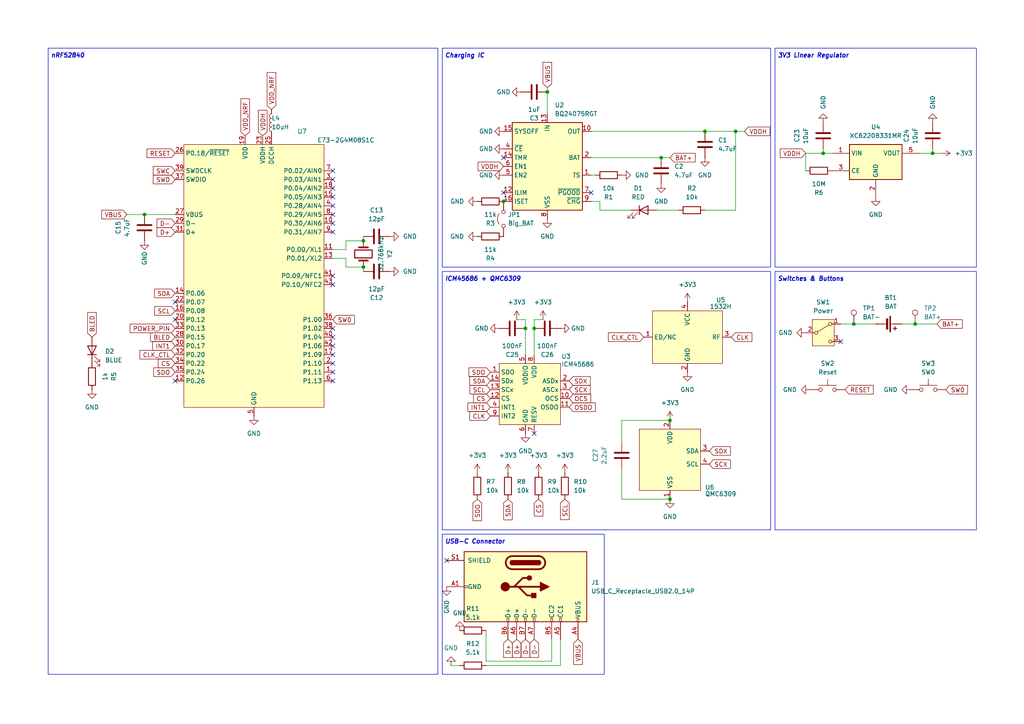
<source format=kicad_sch>
(kicad_sch (version 20250114) (generator "eeschema") (generator_version "9.0")
  (paper "A4")
  (lib_symbols
    (symbol "Battery_Management:BQ24075RGT"
      (property "Reference" "U" (at -8.89 13.97 0))
      (property "Value" "BQ24075RGT" (at 16.51 13.97 0))
      (symbol "BQ24075RGT_0_1"
        (rectangle (start -10.16 12.7) (end 10.16 -12.7) (stroke (width 0.254)) (fill (type background)))
      )
      (symbol "BQ24075RGT_1_1"
        (pin input line (at -12.7 10.16 0) (length 2.54) (name "SYSOFF") (number "15"))
        (pin input line (at -12.7 5.08 0) (length 2.54) (name "~{CE}") (number "4"))
        (pin input line (at -12.7 2.54 0) (length 2.54) (name "TMR") (number "14"))
        (pin input line (at -12.7 0 0) (length 2.54) (name "EN1") (number "6"))
        (pin input line (at -12.7 -2.54 0) (length 2.54) (name "EN2") (number "5"))
        (pin passive line (at -12.7 -7.62 0) (length 2.54) (name "ILIM") (number "12"))
        (pin passive line (at -12.7 -10.16 0) (length 2.54) (name "ISET") (number "16"))
        (pin power_in line (at 0 15.24 270) (length 2.54) (name "IN") (number "13"))
        (pin passive line (at 0 -15.24 90) (length 2.54) (hide yes) (name "VSS") (number "17"))
        (pin power_in line (at 0 -15.24 90) (length 2.54) (name "VSS") (number "8"))
        (pin power_out line (at 12.7 10.16 180) (length 2.54) (name "OUT") (number "10"))
        (pin passive line (at 12.7 10.16 180) (length 2.54) (hide yes) (name "OUT") (number "11"))
        (pin power_out line (at 12.7 2.54 180) (length 2.54) (name "BAT") (number "2"))
        (pin passive line (at 12.7 2.54 180) (length 2.54) (hide yes) (name "BAT") (number "3"))
        (pin passive line (at 12.7 -2.54 180) (length 2.54) (name "TS") (number "1"))
        (pin open_collector line (at 12.7 -7.62 180) (length 2.54) (name "~{PGOOD}") (number "7"))
        (pin open_collector line (at 12.7 -10.16 180) (length 2.54) (name "~{CHG}") (number "9"))
      )
    )
    (symbol "Connector:TestPoint" (pin_numbers (hide yes)) (pin_names (offset 0.762) (hide yes))
      (property "Reference" "TP" (at 0 6.858 0))
      (property "Value" "TestPoint" (at 0 5.08 0))
      (symbol "TestPoint_0_1"
        (circle (center 0 3.302) (radius 0.762))
      )
      (symbol "TestPoint_1_1"
        (pin passive line (at 0 0 90) (length 2.54) (name "1") (number "1"))
      )
    )
    (symbol "Connector:USB_C_Receptacle_USB2.0_14P" (pin_names (offset 1.016))
      (property "Reference" "J" (at 0 22.225 0))
      (property "Value" "USB_C_Receptacle_USB2.0_14P" (at 0 19.685 0))
      (symbol "USB_C_Receptacle_USB2.0_14P_0_0"
        (rectangle (start -0.254 -17.78) (end 0.254 -16.764))
        (rectangle (start 10.16 15.494) (end 9.144 14.986))
        (rectangle (start 10.16 10.414) (end 9.144 9.906))
        (rectangle (start 10.16 7.874) (end 9.144 7.366))
        (rectangle (start 10.16 2.794) (end 9.144 2.286))
        (rectangle (start 10.16 0.254) (end 9.144 -0.254))
        (rectangle (start 10.16 -2.286) (end 9.144 -2.794))
        (rectangle (start 10.16 -4.826) (end 9.144 -5.334))
      )
      (symbol "USB_C_Receptacle_USB2.0_14P_0_1"
        (rectangle (start -10.16 17.78) (end 10.16 -17.78) (stroke (width 0.254)) (fill (type background)))
        (polyline (pts (xy -8.89 -3.81) (xy -8.89 3.81)) (stroke (width 0.508)))
        (rectangle (start -7.62 -3.81) (end -6.35 3.81) (stroke (width 0.254)) (fill (type outline)))
        (arc (start -7.62 3.81) (mid -6.985 4.4423) (end -6.35 3.81) (stroke (width 0.254)))
        (arc (start -7.62 3.81) (mid -6.985 4.4423) (end -6.35 3.81) (stroke (width 0.254)) (fill (type outline)))
        (arc (start -8.89 3.81) (mid -6.985 5.7067) (end -5.08 3.81) (stroke (width 0.508)))
        (arc (start -5.08 -3.81) (mid -6.985 -5.7067) (end -8.89 -3.81) (stroke (width 0.508)))
        (arc (start -6.35 -3.81) (mid -6.985 -4.4423) (end -7.62 -3.81) (stroke (width 0.254)))
        (arc (start -6.35 -3.81) (mid -6.985 -4.4423) (end -7.62 -3.81) (stroke (width 0.254)) (fill (type outline)))
        (polyline (pts (xy -5.08 3.81) (xy -5.08 -3.81)) (stroke (width 0.508)))
        (circle (center -2.54 1.143) (radius 0.635) (stroke (width 0.254)) (fill (type outline)))
        (polyline (pts (xy -1.27 4.318) (xy 0 6.858) (xy 1.27 4.318) (xy -1.27 4.318)) (stroke (width 0.254)) (fill (type outline)))
        (polyline (pts (xy 0 -2.032) (xy 2.54 0.508) (xy 2.54 1.778)) (stroke (width 0.508)))
        (polyline (pts (xy 0 -3.302) (xy -2.54 -0.762) (xy -2.54 0.508)) (stroke (width 0.508)))
        (polyline (pts (xy 0 -5.842) (xy 0 4.318)) (stroke (width 0.508)))
        (circle (center 0 -5.842) (radius 1.27) (fill (type outline)))
        (rectangle (start 1.905 1.778) (end 3.175 3.048) (stroke (width 0.254)) (fill (type outline)))
      )
      (symbol "USB_C_Receptacle_USB2.0_14P_1_1"
        (pin passive line (at -7.62 -22.86 90) (length 5.08) (name "SHIELD") (number "S1"))
        (pin passive line (at 0 -22.86 90) (length 5.08) (name "GND") (number "A1"))
        (pin passive line (at 0 -22.86 90) (length 5.08) (hide yes) (name "GND") (number "A12"))
        (pin passive line (at 0 -22.86 90) (length 5.08) (hide yes) (name "GND") (number "B1"))
        (pin passive line (at 0 -22.86 90) (length 5.08) (hide yes) (name "GND") (number "B12"))
        (pin passive line (at 15.24 15.24 180) (length 5.08) (name "VBUS") (number "A4"))
        (pin passive line (at 15.24 15.24 180) (length 5.08) (hide yes) (name "VBUS") (number "A9"))
        (pin passive line (at 15.24 15.24 180) (length 5.08) (hide yes) (name "VBUS") (number "B4"))
        (pin passive line (at 15.24 15.24 180) (length 5.08) (hide yes) (name "VBUS") (number "B9"))
        (pin bidirectional line (at 15.24 10.16 180) (length 5.08) (name "CC1") (number "A5"))
        (pin bidirectional line (at 15.24 7.62 180) (length 5.08) (name "CC2") (number "B5"))
        (pin bidirectional line (at 15.24 2.54 180) (length 5.08) (name "D-") (number "A7"))
        (pin bidirectional line (at 15.24 0 180) (length 5.08) (name "D-") (number "B7"))
        (pin bidirectional line (at 15.24 -2.54 180) (length 5.08) (name "D+") (number "A6"))
        (pin bidirectional line (at 15.24 -5.08 180) (length 5.08) (name "D+") (number "B6"))
      )
    )
    (symbol "Device:Battery_Cell" (pin_numbers (hide yes)) (pin_names (offset 0) (hide yes))
      (property "Reference" "BT" (at 2.54 2.54 0))
      (property "Value" "Battery_Cell" (at 2.54 0 0))
      (symbol "Battery_Cell_0_1"
        (rectangle (start -2.286 1.778) (end 2.286 1.524) (fill (type outline)))
        (rectangle (start -1.524 1.016) (end 1.524 0.508) (fill (type outline)))
        (polyline (pts (xy 0 1.778) (xy 0 2.54)))
        (polyline (pts (xy 0 0.762) (xy 0 0)))
        (polyline (pts (xy 0.762 3.048) (xy 1.778 3.048)) (stroke (width 0.254)))
        (polyline (pts (xy 1.27 3.556) (xy 1.27 2.54)) (stroke (width 0.254)))
      )
      (symbol "Battery_Cell_1_1"
        (pin passive line (at 0 5.08 270) (length 2.54) (name "+") (number "1"))
        (pin passive line (at 0 -2.54 90) (length 2.54) (name "-") (number "2"))
      )
    )
    (symbol "Device:C" (pin_numbers (hide yes)) (pin_names (offset 0.254))
      (property "Reference" "C" (at 0.635 2.54 0))
      (property "Value" "C" (at 0.635 -2.54 0))
      (symbol "C_0_1"
        (polyline (pts (xy -2.032 0.762) (xy 2.032 0.762)) (stroke (width 0.508)))
        (polyline (pts (xy -2.032 -0.762) (xy 2.032 -0.762)) (stroke (width 0.508)))
      )
      (symbol "C_1_1"
        (pin passive line (at 0 3.81 270) (length 2.794) (name "~") (number "1"))
        (pin passive line (at 0 -3.81 90) (length 2.794) (name "~") (number "2"))
      )
    )
    (symbol "Device:Crystal" (pin_numbers (hide yes)) (pin_names (offset 1.016) (hide yes))
      (property "Reference" "Y" (at 0 3.81 0))
      (property "Value" "Crystal" (at 0 -3.81 0))
      (symbol "Crystal_0_1"
        (polyline (pts (xy -2.54 0) (xy -1.905 0)))
        (polyline (pts (xy -1.905 -1.27) (xy -1.905 1.27)) (stroke (width 0.508)))
        (rectangle (start -1.143 2.54) (end 1.143 -2.54) (stroke (width 0.3048)))
        (polyline (pts (xy 1.905 -1.27) (xy 1.905 1.27)) (stroke (width 0.508)))
        (polyline (pts (xy 2.54 0) (xy 1.905 0)))
      )
      (symbol "Crystal_1_1"
        (pin passive line (at -3.81 0 0) (length 1.27) (name "1") (number "1"))
        (pin passive line (at 3.81 0 180) (length 1.27) (name "2") (number "2"))
      )
    )
    (symbol "Device:L" (pin_numbers (hide yes)) (pin_names (offset 1.016) (hide yes))
      (property "Reference" "L" (at -1.27 0 90))
      (property "Value" "L" (at 1.905 0 90))
      (symbol "L_0_1"
        (arc (start 0 2.54) (mid 0.6323 1.905) (end 0 1.27))
        (arc (start 0 1.27) (mid 0.6323 0.635) (end 0 0))
        (arc (start 0 0) (mid 0.6323 -0.635) (end 0 -1.27))
        (arc (start 0 -1.27) (mid 0.6323 -1.905) (end 0 -2.54))
      )
      (symbol "L_1_1"
        (pin passive line (at 0 3.81 270) (length 1.27) (name "1") (number "1"))
        (pin passive line (at 0 -3.81 90) (length 1.27) (name "2") (number "2"))
      )
    )
    (symbol "Device:LED" (pin_numbers (hide yes)) (pin_names (offset 1.016) (hide yes))
      (property "Reference" "D" (at 0 2.54 0))
      (property "Value" "LED" (at 0 -2.54 0))
      (symbol "LED_0_1"
        (polyline (pts (xy -3.048 -0.762) (xy -4.572 -2.286) (xy -3.81 -2.286) (xy -4.572 -2.286) (xy -4.572 -1.524)))
        (polyline (pts (xy -1.778 -0.762) (xy -3.302 -2.286) (xy -2.54 -2.286) (xy -3.302 -2.286) (xy -3.302 -1.524)))
        (polyline (pts (xy -1.27 0) (xy 1.27 0)))
        (polyline (pts (xy -1.27 -1.27) (xy -1.27 1.27)) (stroke (width 0.254)))
        (polyline (pts (xy 1.27 -1.27) (xy 1.27 1.27) (xy -1.27 0) (xy 1.27 -1.27)) (stroke (width 0.254)))
      )
      (symbol "LED_1_1"
        (pin passive line (at -3.81 0 0) (length 2.54) (name "K") (number "1"))
        (pin passive line (at 3.81 0 180) (length 2.54) (name "A") (number "2"))
      )
    )
    (symbol "Device:R" (pin_numbers (hide yes)) (pin_names (offset 0))
      (property "Reference" "R" (at 2.032 0 90))
      (property "Value" "R" (at 0 0 90))
      (symbol "R_0_1"
        (rectangle (start -1.016 -2.54) (end 1.016 2.54) (stroke (width 0.254)))
      )
      (symbol "R_1_1"
        (pin passive line (at 0 3.81 270) (length 1.27) (name "~") (number "1"))
        (pin passive line (at 0 -3.81 90) (length 1.27) (name "~") (number "2"))
      )
    )
    (symbol "Jumper:Jumper_2_Open" (pin_numbers (hide yes)) (pin_names (offset 0) (hide yes)) (exclude_from_sim yes)
      (property "Reference" "JP" (at 0 2.794 0))
      (property "Value" "Jumper_2_Open" (at 0 -2.286 0))
      (symbol "Jumper_2_Open_0_0"
        (circle (center -2.032 0) (radius 0.508))
        (circle (center 2.032 0) (radius 0.508))
      )
      (symbol "Jumper_2_Open_0_1"
        (arc (start -1.524 1.27) (mid 0 1.778) (end 1.524 1.27))
      )
      (symbol "Jumper_2_Open_1_1"
        (pin passive line (at -5.08 0 0) (length 2.54) (name "A") (number "1"))
        (pin passive line (at 5.08 0 180) (length 2.54) (name "B") (number "2"))
      )
    )
    (symbol "PCM_nordic-lib-kicad-nrf52-modules:E73-2G4M08S1C"
      (property "Reference" "U" (at 13.97 41.91 0))
      (property "Value" "E73-2G4M08S1C" (at 26.67 39.37 0))
      (symbol "E73-2G4M08S1C_0_0"
        (pin power_in line (at -22.86 30.48 0) (length 2.54) (name "SWDCLK") (number "39"))
        (pin bidirectional line (at -22.86 27.94 0) (length 2.54) (name "SWDIO") (number "37"))
        (pin input line (at -22.86 17.78 0) (length 2.54) (name "VBUS") (number "27"))
        (pin bidirectional line (at -22.86 15.24 0) (length 2.54) (name "D-") (number "29"))
        (pin bidirectional line (at -22.86 12.7 0) (length 2.54) (name "D+") (number "31"))
        (pin bidirectional line (at -22.86 -5.08 0) (length 2.54) (name "P0.06") (number "14"))
        (pin bidirectional line (at -22.86 -7.62 0) (length 2.54) (name "P0.07") (number "22"))
        (pin bidirectional line (at -22.86 -10.16 0) (length 2.54) (name "P0.08") (number "16"))
        (pin bidirectional line (at -22.86 -12.7 0) (length 2.54) (name "P0.12") (number "20"))
        (pin bidirectional line (at -22.86 -15.24 0) (length 2.54) (name "P0.13") (number "33"))
        (pin bidirectional line (at -22.86 -17.78 0) (length 2.54) (name "P0.15") (number "28"))
        (pin bidirectional line (at -22.86 -20.32 0) (length 2.54) (name "P0.17") (number "30"))
        (pin bidirectional line (at -22.86 -22.86 0) (length 2.54) (name "P0.20") (number "32"))
        (pin bidirectional line (at -22.86 -25.4 0) (length 2.54) (name "P0.22") (number "34"))
        (pin bidirectional line (at -22.86 -27.94 0) (length 2.54) (name "P0.24") (number "35"))
        (pin bidirectional line (at -22.86 -30.48 0) (length 2.54) (name "P0.26") (number "12"))
        (pin bidirectional line (at -2.54 40.64 270) (length 2.54) (name "VDD") (number "19"))
        (pin bidirectional line (at 2.54 40.64 270) (length 2.54) (name "VDDH") (number "23"))
        (pin bidirectional line (at 5.08 40.64 270) (length 2.54) (name "DCCH") (number "25"))
        (pin bidirectional line (at 22.86 30.48 180) (length 2.54) (name "P0.02/AIN0") (number "7"))
        (pin bidirectional line (at 22.86 27.94 180) (length 2.54) (name "P0.03/AIN1") (number "3"))
        (pin bidirectional line (at 22.86 25.4 180) (length 2.54) (name "P0.04/AIN2") (number "18"))
        (pin bidirectional line (at 22.86 22.86 180) (length 2.54) (name "P0.05/AIN3") (number "15"))
        (pin bidirectional line (at 22.86 20.32 180) (length 2.54) (name "P0.28/AIN4") (number "4"))
        (pin bidirectional line (at 22.86 17.78 180) (length 2.54) (name "P0.29/AIN5") (number "8"))
        (pin power_in line (at 22.86 15.24 180) (length 2.54) (name "P0.30/AIN6") (number "10"))
        (pin power_in line (at 22.86 12.7 180) (length 2.54) (name "P0.31/AIN7") (number "9"))
        (pin bidirectional line (at 22.86 7.62 180) (length 2.54) (name "P0.00/XL1") (number "11"))
        (pin bidirectional line (at 22.86 5.08 180) (length 2.54) (name "P0.01/XL2") (number "13"))
        (pin bidirectional line (at 22.86 0 180) (length 2.54) (name "P0.09/NFC1") (number "41"))
        (pin power_in line (at 22.86 -2.54 180) (length 2.54) (name "P0.10/NFC2") (number "43"))
        (pin bidirectional line (at 22.86 -12.7 180) (length 2.54) (name "P1.00") (number "36"))
        (pin bidirectional line (at 22.86 -15.24 180) (length 2.54) (name "P1.02") (number "38"))
        (pin bidirectional line (at 22.86 -17.78 180) (length 2.54) (name "P1.04") (number "40"))
        (pin power_in line (at 22.86 -20.32 180) (length 2.54) (name "P1.06") (number "42"))
        (pin bidirectional line (at 22.86 -22.86 180) (length 2.54) (name "P1.09") (number "17"))
        (pin bidirectional line (at 22.86 -25.4 180) (length 2.54) (name "P1.10") (number "2"))
        (pin bidirectional line (at 22.86 -27.94 180) (length 2.54) (name "P1.11") (number "1"))
        (pin bidirectional line (at 22.86 -30.48 180) (length 2.54) (name "P1.13") (number "6"))
      )
      (symbol "E73-2G4M08S1C_0_1"
        (rectangle (start -20.32 38.1) (end 20.32 -38.1) (stroke (width 0.1524)) (fill (type background)))
      )
      (symbol "E73-2G4M08S1C_1_0"
        (pin bidirectional line (at -22.86 35.56 0) (length 2.54) (name "P0.18/~{RESET}") (number "26"))
        (pin passive line (at 0 -40.64 90) (length 2.54) (hide yes) (name "GND") (number "21"))
        (pin passive line (at 0 -40.64 90) (length 2.54) (hide yes) (name "GND") (number "24"))
        (pin power_in line (at 0 -40.64 90) (length 2.54) (name "GND") (number "5"))
      )
    )
    (symbol "Regulator_Linear:XC6220B331MR"
      (property "Reference" "U" (at 0 8.89 0))
      (property "Value" "XC6220B331MR" (at 0 6.35 0))
      (symbol "XC6220B331MR_0_1"
        (rectangle (start -7.62 5.08) (end 7.62 -5.08) (stroke (width 0.254)) (fill (type background)))
      )
      (symbol "XC6220B331MR_1_1"
        (pin power_in line (at -12.7 2.54 0) (length 5.08) (name "VIN") (number "1"))
        (pin input line (at -12.7 -2.54 0) (length 5.08) (name "CE") (number "3"))
        (pin power_in line (at 0 -10.16 90) (length 5.08) (name "GND") (number "2"))
        (pin no_connect line (at 7.62 -2.54 180) (length 5.08) (hide yes) (name "NC") (number "4"))
        (pin power_out line (at 12.7 2.54 180) (length 5.08) (name "VOUT") (number "5"))
      )
    )
    (symbol "SlimeVR_Smol:1532H"
      (property "Reference" "U" (at -8.636 0.254 0))
      (symbol "1532H_0_1"
        (rectangle (start -10.16 -1.27) (end 10.16 -16.51) (fill (type color) (color 255 255 194 1)))
      )
      (symbol "1532H_1_1"
        (pin bidirectional line (at -12.7 -8.89 0) (length 2.54) (name "ED/NC") (number "1"))
        (pin power_in line (at 0 1.27 270) (length 2.54) (name "VCC") (number "4"))
        (pin power_in line (at 0 -19.05 90) (length 2.54) (name "GND") (number "2"))
        (pin bidirectional line (at 12.7 -8.89 180) (length 2.54) (name "RF") (number "3"))
      )
    )
    (symbol "SlimeVR_Smol:ICM-45686"
      (property "Reference" "U" (at -7.874 -1.016 0))
      (symbol "ICM-45686_0_1"
        (rectangle (start -8.89 -2.54) (end 8.89 -20.32) (fill (type color) (color 255 255 194 1)))
      )
      (symbol "ICM-45686_1_1"
        (pin bidirectional line (at -11.43 -5.08 0) (length 2.54) (name "SDO") (number "1"))
        (pin bidirectional line (at -11.43 -7.62 0) (length 2.54) (name "SDx") (number "14"))
        (pin bidirectional line (at -11.43 -10.16 0) (length 2.54) (name "SCx") (number "13"))
        (pin bidirectional line (at -11.43 -12.7 0) (length 2.54) (name "CS") (number "12"))
        (pin bidirectional line (at -11.43 -15.24 0) (length 2.54) (name "INT1") (number "4"))
        (pin bidirectional line (at -11.43 -17.78 0) (length 2.54) (name "INT2") (number "9"))
        (pin bidirectional line (at -1.27 0 270) (length 2.54) (name "VDDIO") (number "5"))
        (pin bidirectional line (at -1.27 -22.86 90) (length 2.54) (name "GND") (number "6"))
        (pin bidirectional line (at 1.27 0 270) (length 2.54) (name "VDD") (number "8"))
        (pin bidirectional line (at 1.27 -22.86 90) (length 2.54) (name "RESV") (number "7"))
        (pin bidirectional line (at 11.43 -7.62 180) (length 2.54) (name "ASDx") (number "2"))
        (pin bidirectional line (at 11.43 -10.16 180) (length 2.54) (name "ASCx") (number "3"))
        (pin bidirectional line (at 11.43 -12.7 180) (length 2.54) (name "OCS") (number "10"))
        (pin bidirectional line (at 11.43 -15.24 180) (length 2.54) (name "OSDO") (number "11"))
      )
    )
    (symbol "SlimeVR_Smol:QMC6309"
      (property "Reference" "U" (at 3.302 -2.54 0))
      (symbol "QMC6309_0_1"
        (rectangle (start -8.89 -3.81) (end 8.89 -21.59) (fill (type color) (color 255 255 194 1)))
      )
      (symbol "QMC6309_1_1"
        (pin power_in line (at 0 -1.27 270) (length 2.54) (name "VDD") (number "2"))
        (pin power_in line (at 0 -24.13 90) (length 2.54) (name "VSS") (number "1"))
        (pin bidirectional line (at 11.43 -10.16 180) (length 2.54) (name "SDA") (number "3"))
        (pin bidirectional line (at 11.43 -13.97 180) (length 2.54) (name "SCL") (number "4"))
      )
    )
    (symbol "Switch:SW_Push" (pin_numbers (hide yes)) (pin_names (offset 1.016) (hide yes))
      (property "Reference" "SW" (at 1.27 2.54 0))
      (property "Value" "SW_Push" (at 0 -1.524 0))
      (symbol "SW_Push_0_1"
        (circle (center -2.032 0) (radius 0.508))
        (polyline (pts (xy 0 1.27) (xy 0 3.048)))
        (circle (center 2.032 0) (radius 0.508))
        (polyline (pts (xy 2.54 1.27) (xy -2.54 1.27)))
        (pin passive line (at -5.08 0 0) (length 2.54) (name "1") (number "1"))
        (pin passive line (at 5.08 0 180) (length 2.54) (name "2") (number "2"))
      )
    )
    (symbol "Switch:SW_SPDT" (pin_names (offset 0) (hide yes))
      (property "Reference" "SW" (at 0 5.08 0))
      (property "Value" "SW_SPDT" (at 0 -5.08 0))
      (symbol "SW_SPDT_0_1"
        (circle (center -2.032 0) (radius 0.4572))
        (polyline (pts (xy -1.651 0.254) (xy 1.651 2.286)))
        (circle (center 2.032 2.54) (radius 0.4572))
        (circle (center 2.032 -2.54) (radius 0.4572))
      )
      (symbol "SW_SPDT_1_1"
        (rectangle (start -3.175 3.81) (end 3.175 -3.81) (fill (type background)))
        (pin passive line (at -5.08 0 0) (length 2.54) (name "B") (number "2"))
        (pin passive line (at 5.08 2.54 180) (length 2.54) (name "A") (number "1"))
        (pin passive line (at 5.08 -2.54 180) (length 2.54) (name "C") (number "3"))
      )
    )
    (symbol "power:+3V3" (power) (pin_numbers (hide yes)) (pin_names (offset 0) (hide yes))
      (property "Value" "+3V3" (at 0 3.556 0))
      (symbol "+3V3_0_1"
        (polyline (pts (xy -0.762 1.27) (xy 0 2.54)))
        (polyline (pts (xy 0 2.54) (xy 0.762 1.27)))
        (polyline (pts (xy 0 0) (xy 0 2.54)))
      )
      (symbol "+3V3_1_1"
        (pin power_in line (at 0 0 90) (length 0) (name "~") (number "1"))
      )
    )
    (symbol "power:GND" (power) (pin_numbers (hide yes)) (pin_names (offset 0) (hide yes))
      (property "Value" "GND" (at 0 -3.81 0))
      (symbol "GND_0_1"
        (polyline (pts (xy 0 0) (xy 0 -1.27) (xy 1.27 -1.27) (xy 0 -2.54) (xy -1.27 -1.27) (xy 0 -1.27)))
      )
      (symbol "GND_1_1"
        (pin power_in line (at 0 0 270) (length 0) (name "~") (number "1"))
      )
    )
  )
  (rectangle (start 128.27 78.74) (end 223.52 153.67))
  (rectangle (start 224.79 13.97) (end 283.21 77.47))
  (rectangle (start 13.97 13.97) (end 127 195.58))
  (rectangle (start 128.27 13.97) (end 223.52 77.47))
  (rectangle (start 224.79 78.74) (end 283.21 153.67))
  (rectangle (start 128.27 154.94) (end 175.26 195.58))
  (text "Charging IC" (at 129.032 16.256 0) (effects (font (size 1.27 1.27) (thickness 0.254) (bold yes) (italic yes)) (justify left)))
  (text "ICM45686 + QMC6309" (at 129.032 81.026 0) (effects (font (size 1.27 1.27) (thickness 0.254) (bold yes) (italic yes)) (justify left)))
  (text "Switches & Buttons" (at 225.552 81.026 0) (effects (font (size 1.27 1.27) (thickness 0.254) (bold yes) (italic yes)) (justify left)))
  (text "USB-C Connector" (at 129.032 157.226 0) (effects (font (size 1.27 1.27) (thickness 0.254) (bold yes) (italic yes)) (justify left)))
  (text "nRF52840" (at 14.732 16.256 0) (effects (font (size 1.27 1.27) (thickness 0.254) (bold yes) (italic yes)) (justify left)))
  (text "3V3 Linear Regulator" (at 225.552 16.256 0) (effects (font (size 1.27 1.27) (thickness 0.254) (bold yes) (italic yes)) (justify left)))
  (junction (at 270.51 44.45))
  (junction (at 105.41 77.47))
  (junction (at 204.47 38.1))
  (junction (at 213.36 38.1))
  (junction (at 41.91 62.23))
  (junction (at 265.43 93.98))
  (junction (at 194.31 121.92))
  (junction (at 247.65 93.98))
  (junction (at 154.94 95.25))
  (junction (at 194.31 144.78))
  (junction (at 105.41 69.85))
  (junction (at 158.75 26.67))
  (junction (at 146.05 58.42))
  (junction (at 191.77 45.72))
  (junction (at 238.76 44.45))
  (junction (at 152.4 95.25))
  (no_connect (at 96.52 82.55))
  (no_connect (at 243.84 99.06))
  (no_connect (at 154.94 125.73))
  (no_connect (at 96.52 52.07))
  (no_connect (at 129.54 162.56))
  (no_connect (at 96.52 57.15))
  (no_connect (at 96.52 80.01))
  (no_connect (at 50.8 110.49))
  (no_connect (at 96.52 54.61))
  (no_connect (at 96.52 49.53))
  (no_connect (at 146.05 45.72))
  (no_connect (at 96.52 62.23))
  (no_connect (at 146.05 55.88))
  (no_connect (at 96.52 64.77))
  (no_connect (at 50.8 92.71))
  (no_connect (at 96.52 105.41))
  (no_connect (at 96.52 59.69))
  (no_connect (at 96.52 67.31))
  (no_connect (at 96.52 102.87))
  (no_connect (at 96.52 107.95))
  (no_connect (at 96.52 97.79))
  (no_connect (at 96.52 100.33))
  (no_connect (at 171.45 55.88))
  (no_connect (at 96.52 95.25))
  (no_connect (at 96.52 110.49))
  (no_connect (at 50.8 87.63))
  (wire (pts (xy 194.31 45.72) (xy 191.77 45.72)))
  (wire (pts (xy 160.02 191.77) (xy 160.02 185.42)))
  (wire (pts (xy 140.97 191.77) (xy 160.02 191.77)))
  (wire (pts (xy 41.91 62.23) (xy 50.8 62.23)))
  (wire (pts (xy 157.48 92.71) (xy 154.94 92.71)))
  (wire (pts (xy 154.94 92.71) (xy 154.94 95.25)))
  (wire (pts (xy 140.97 182.88) (xy 140.97 191.77)))
  (wire (pts (xy 204.47 38.1) (xy 213.36 38.1)))
  (wire (pts (xy 171.45 45.72) (xy 191.77 45.72)))
  (wire (pts (xy 265.43 93.98) (xy 261.62 93.98)))
  (wire (pts (xy 173.99 58.42) (xy 171.45 58.42)))
  (wire (pts (xy 180.34 121.92) (xy 194.31 121.92)))
  (wire (pts (xy 194.31 144.78) (xy 180.34 144.78)))
  (wire (pts (xy 213.36 60.96) (xy 213.36 38.1)))
  (wire (pts (xy 180.34 144.78) (xy 180.34 135.89)))
  (wire (pts (xy 100.33 69.85) (xy 105.41 69.85)))
  (wire (pts (xy 270.51 44.45) (xy 270.51 43.18)))
  (wire (pts (xy 152.4 92.71) (xy 152.4 95.25)))
  (wire (pts (xy 180.34 128.27) (xy 180.34 121.92)))
  (wire (pts (xy 36.83 62.23) (xy 41.91 62.23)))
  (wire (pts (xy 273.05 44.45) (xy 270.51 44.45)))
  (wire (pts (xy 171.45 38.1) (xy 204.47 38.1)))
  (wire (pts (xy 158.75 26.67) (xy 158.75 33.02)))
  (wire (pts (xy 271.78 93.98) (xy 265.43 93.98)))
  (wire (pts (xy 105.41 77.47) (xy 105.41 78.74)))
  (wire (pts (xy 149.86 92.71) (xy 152.4 92.71)))
  (wire (pts (xy 173.99 58.42) (xy 173.99 60.96)))
  (wire (pts (xy 238.76 44.45) (xy 241.3 44.45)))
  (wire (pts (xy 238.76 43.18) (xy 238.76 44.45)))
  (wire (pts (xy 158.75 25.4) (xy 158.75 26.67)))
  (wire (pts (xy 154.94 95.25) (xy 154.94 102.87)))
  (wire (pts (xy 100.33 74.93) (xy 100.33 77.47)))
  (wire (pts (xy 152.4 95.25) (xy 152.4 102.87)))
  (wire (pts (xy 162.56 193.04) (xy 162.56 185.42)))
  (wire (pts (xy 100.33 72.39) (xy 100.33 69.85)))
  (wire (pts (xy 96.52 72.39) (xy 100.33 72.39)))
  (wire (pts (xy 172.72 50.8) (xy 171.45 50.8)))
  (wire (pts (xy 105.41 68.58) (xy 105.41 69.85)))
  (wire (pts (xy 190.5 60.96) (xy 196.85 60.96)))
  (wire (pts (xy 140.97 193.04) (xy 162.56 193.04)))
  (wire (pts (xy 233.68 44.45) (xy 233.68 49.53)))
  (wire (pts (xy 254 93.98) (xy 247.65 93.98)))
  (wire (pts (xy 100.33 77.47) (xy 105.41 77.47)))
  (wire (pts (xy 247.65 93.98) (xy 243.84 93.98)))
  (wire (pts (xy 130.81 193.04) (xy 133.35 193.04)))
  (wire (pts (xy 204.47 60.96) (xy 213.36 60.96)))
  (wire (pts (xy 266.7 44.45) (xy 270.51 44.45)))
  (wire (pts (xy 233.68 44.45) (xy 238.76 44.45)))
  (wire (pts (xy 173.99 60.96) (xy 182.88 60.96)))
  (wire (pts (xy 96.52 74.93) (xy 100.33 74.93)))
  (wire (pts (xy 213.36 38.1) (xy 215.9 38.1)))
  (global_label "BLED" (shape input) (at 26.67 97.79 90) (property "Intersheetrefs" "${INTERSHEET_REFS}" (effects (hide yes))))
  (global_label "OCS" (shape input) (at 165.1 115.57 0) (property "Intersheetrefs" "${INTERSHEET_REFS}" (effects (hide yes))))
  (global_label "SW0" (shape input) (at 274.32 113.03 0) (property "Intersheetrefs" "${INTERSHEET_REFS}" (effects (hide yes))))
  (global_label "D+" (shape input) (at 50.8 67.31 180) (property "Intersheetrefs" "${INTERSHEET_REFS}" (effects (hide yes))))
  (global_label "SDX" (shape input) (at 165.1 110.49 0) (property "Intersheetrefs" "${INTERSHEET_REFS}" (effects (hide yes))))
  (global_label "VBUS" (shape input) (at 36.83 62.23 180) (property "Intersheetrefs" "${INTERSHEET_REFS}" (effects (hide yes))))
  (global_label "BLED" (shape input) (at 50.8 97.79 180) (property "Intersheetrefs" "${INTERSHEET_REFS}" (effects (hide yes))))
  (global_label "CS" (shape input) (at 50.8 105.41 180) (property "Intersheetrefs" "${INTERSHEET_REFS}" (effects (hide yes))))
  (global_label "D-" (shape input) (at 152.4 185.42 270) (property "Intersheetrefs" "${INTERSHEET_REFS}" (effects (hide yes))))
  (global_label "POWER_PIN" (shape input) (at 50.8 95.25 180) (property "Intersheetrefs" "${INTERSHEET_REFS}" (effects (hide yes))))
  (global_label "BAT+" (shape input) (at 194.31 45.72 0) (property "Intersheetrefs" "${INTERSHEET_REFS}" (effects (hide yes))))
  (global_label "INT1" (shape input) (at 50.8 100.33 180) (property "Intersheetrefs" "${INTERSHEET_REFS}" (effects (hide yes))))
  (global_label "VBUS" (shape input) (at 158.75 25.4 90) (property "Intersheetrefs" "${INTERSHEET_REFS}" (effects (hide yes))))
  (global_label "RESET" (shape input) (at 50.8 44.45 180) (effects (font (thickness 0.1588))) (property "Intersheetrefs" "${INTERSHEET_REFS}" (effects (hide yes))))
  (global_label "VBUS" (shape input) (at 167.64 185.42 270) (property "Intersheetrefs" "${INTERSHEET_REFS}" (effects (hide yes))))
  (global_label "OSDO" (shape input) (at 165.1 118.11 0) (property "Intersheetrefs" "${INTERSHEET_REFS}" (effects (hide yes))))
  (global_label "D+" (shape input) (at 147.32 185.42 270) (property "Intersheetrefs" "${INTERSHEET_REFS}" (effects (hide yes))))
  (global_label "SWD" (shape input) (at 50.8 52.07 180) (property "Intersheetrefs" "${INTERSHEET_REFS}" (effects (hide yes))))
  (global_label "D-" (shape input) (at 154.94 185.42 270) (property "Intersheetrefs" "${INTERSHEET_REFS}" (effects (hide yes))))
  (global_label "SWC" (shape input) (at 50.8 49.53 180) (property "Intersheetrefs" "${INTERSHEET_REFS}" (effects (hide yes))))
  (global_label "SCL" (shape input) (at 163.83 144.78 270) (property "Intersheetrefs" "${INTERSHEET_REFS}" (effects (hide yes))))
  (global_label "VDD_NRF" (shape input) (at 78.74 31.75 90) (property "Intersheetrefs" "${INTERSHEET_REFS}" (effects (hide yes))))
  (global_label "SDA" (shape input) (at 50.8 85.09 180) (property "Intersheetrefs" "${INTERSHEET_REFS}" (effects (hide yes))))
  (global_label "VDD_NRF" (shape input) (at 71.12 39.37 90) (property "Intersheetrefs" "${INTERSHEET_REFS}" (effects (hide yes))))
  (global_label "CLK" (shape input) (at 142.24 120.65 180) (property "Intersheetrefs" "${INTERSHEET_REFS}" (effects (hide yes))))
  (global_label "D-" (shape input) (at 50.8 64.77 180) (property "Intersheetrefs" "${INTERSHEET_REFS}" (effects (hide yes))))
  (global_label "SDA" (shape input) (at 147.32 144.78 270) (property "Intersheetrefs" "${INTERSHEET_REFS}" (effects (hide yes))))
  (global_label "CLK_CTL" (shape input) (at 186.69 97.79 180) (property "Intersheetrefs" "${INTERSHEET_REFS}" (effects (hide yes))))
  (global_label "VDDH" (shape input) (at 146.05 48.26 180) (property "Intersheetrefs" "${INTERSHEET_REFS}" (effects (hide yes))))
  (global_label "VDDH" (shape input) (at 76.2 39.37 90) (property "Intersheetrefs" "${INTERSHEET_REFS}" (effects (hide yes))))
  (global_label "CLK" (shape input) (at 212.09 97.79 0) (property "Intersheetrefs" "${INTERSHEET_REFS}" (effects (hide yes))))
  (global_label "VDDH" (shape input) (at 215.9 38.1 0) (property "Intersheetrefs" "${INTERSHEET_REFS}" (effects (hide yes))))
  (global_label "SDA" (shape input) (at 142.24 110.49 180) (property "Intersheetrefs" "${INTERSHEET_REFS}" (effects (hide yes))))
  (global_label "SCX" (shape input) (at 205.74 134.62 0) (property "Intersheetrefs" "${INTERSHEET_REFS}" (effects (hide yes))))
  (global_label "CS" (shape input) (at 156.21 144.78 270) (property "Intersheetrefs" "${INTERSHEET_REFS}" (effects (hide yes))))
  (global_label "D+" (shape input) (at 149.86 185.42 270) (property "Intersheetrefs" "${INTERSHEET_REFS}" (effects (hide yes))))
  (global_label "SDO" (shape input) (at 50.8 107.95 180) (property "Intersheetrefs" "${INTERSHEET_REFS}" (effects (hide yes))))
  (global_label "SDO" (shape input) (at 138.43 144.78 270) (property "Intersheetrefs" "${INTERSHEET_REFS}" (effects (hide yes))))
  (global_label "CS" (shape input) (at 142.24 115.57 180) (property "Intersheetrefs" "${INTERSHEET_REFS}" (effects (hide yes))))
  (global_label "SCL" (shape input) (at 50.8 90.17 180) (property "Intersheetrefs" "${INTERSHEET_REFS}" (effects (hide yes))))
  (global_label "SW0" (shape input) (at 96.52 92.71 0) (property "Intersheetrefs" "${INTERSHEET_REFS}" (effects (hide yes))))
  (global_label "SCX" (shape input) (at 165.1 113.03 0) (property "Intersheetrefs" "${INTERSHEET_REFS}" (effects (hide yes))))
  (global_label "VDDH" (shape input) (at 233.68 44.45 180) (property "Intersheetrefs" "${INTERSHEET_REFS}" (effects (hide yes))))
  (global_label "SDO" (shape input) (at 142.24 107.95 180) (property "Intersheetrefs" "${INTERSHEET_REFS}" (effects (hide yes))))
  (global_label "BAT+" (shape input) (at 271.78 93.98 0) (property "Intersheetrefs" "${INTERSHEET_REFS}" (effects (hide yes))))
  (global_label "SCL" (shape input) (at 142.24 113.03 180) (property "Intersheetrefs" "${INTERSHEET_REFS}" (effects (hide yes))))
  (global_label "RESET" (shape input) (at 245.11 113.03 0) (property "Intersheetrefs" "${INTERSHEET_REFS}" (effects (hide yes))))
  (global_label "SDX" (shape input) (at 205.74 130.81 0) (property "Intersheetrefs" "${INTERSHEET_REFS}" (effects (hide yes))))
  (global_label "CLK_CTL" (shape input) (at 50.8 102.87 180) (property "Intersheetrefs" "${INTERSHEET_REFS}" (effects (hide yes))))
  (global_label "INT1" (shape input) (at 142.24 118.11 180) (property "Intersheetrefs" "${INTERSHEET_REFS}" (effects (hide yes))))
  (symbol (lib_id "power:GND") (at 138.43 58.42 270) (unit 1)
    (property "Reference" "#PWR08" (effects (hide yes)))
    (property "Value" "GND" (at 134.62 58.4199 90) (effects (justify right)))
    (property "Description" "Power symbol creates a global label with name \"GND\" , ground" (effects (hide yes)))
  )
  (symbol (lib_id "SlimeVR_Smol:QMC6309") (at 194.31 120.65 0) (unit 1)
    (property "Reference" "U6" (at 204.47 141.3509 0) (effects (justify left)))
    (property "Value" "QMC6309" (at 204.47 143.256 0) (effects (justify left)))
    (property "Footprint" "Custom:WLCSP-4_0.8x0.8mm_Layout2x2_P0.4mm" (effects (hide yes)))
  )
  (symbol (lib_id "Device:R") (at 163.83 140.97 0) (mirror y) (unit 1)
    (property "Reference" "R10" (at 166.37 139.6999 0) (effects (justify right)))
    (property "Value" "10k" (at 166.37 142.2399 0) (effects (justify right)))
    (property "Footprint" "Resistor_SMD:R_0402_1005Metric" (effects (hide yes)))
    (property "Description" "Resistor" (effects (hide yes)))
  )
  (symbol (lib_id "Device:R") (at 156.21 140.97 0) (mirror y) (unit 1)
    (property "Reference" "R9" (at 158.75 139.6999 0) (effects (justify right)))
    (property "Value" "10k" (at 158.75 142.2399 0) (effects (justify right)))
    (property "Footprint" "Resistor_SMD:R_0402_1005Metric" (effects (hide yes)))
    (property "Description" "Resistor" (effects (hide yes)))
  )
  (symbol (lib_id "power:GND") (at 264.16 113.03 270) (unit 1)
    (property "Reference" "#PWR048" (effects (hide yes)))
    (property "Value" "GND" (at 260.35 113.0299 90) (effects (justify right)))
    (property "Description" "Power symbol creates a global label with name \"GND\" , ground" (effects (hide yes)))
  )
  (symbol (lib_id "power:+3V3") (at 147.32 137.16 0) (unit 1)
    (property "Reference" "#PWR042" (effects (hide yes)))
    (property "Value" "+3V3" (at 147.32 132.08 0))
    (property "Description" "Power symbol creates a global label with name \"+3V3\"" (effects (hide yes)))
  )
  (symbol (lib_id "Jumper:Jumper_2_Open") (at 146.05 63.5 90) (unit 1)
    (property "Reference" "JP1" (at 147.32 62.2299 90) (effects (justify right)))
    (property "Value" "Big_BAT" (at 147.32 64.7699 90) (effects (justify right)))
    (property "Footprint" "Jumper:SolderJumper-2_P1.3mm_Open_Pad1.0x1.5mm" (effects (hide yes)))
    (property "Description" "Jumper, 2-pole, open" (effects (hide yes)))
  )
  (symbol (lib_id "Device:C") (at 41.91 66.04 180) (unit 1)
    (property "Reference" "C15" (at 34.29 66.04 90))
    (property "Value" "4.7uF" (at 36.83 66.04 90))
    (property "Footprint" "Capacitor_SMD:C_0603_1608Metric" (effects (hide yes)))
    (property "Description" "Unpolarized capacitor" (effects (hide yes)))
  )
  (symbol (lib_id "Switch:SW_Push") (at 269.24 113.03 0) (unit 1)
    (property "Reference" "SW3" (at 269.24 105.41 0))
    (property "Value" "SW0" (at 269.24 107.95 0))
    (property "Footprint" "SMORES:SW_TS-1088-AR02016" (effects (hide yes)))
    (property "Description" "Push button switch, generic, two pins" (effects (hide yes)))
  )
  (symbol (lib_id "power:GND") (at 26.67 113.03 0) (unit 1)
    (property "Reference" "#PWR026" (effects (hide yes)))
    (property "Value" "GND" (at 26.67 118.11 0))
    (property "Description" "Power symbol creates a global label with name \"GND\" , ground" (effects (hide yes)))
  )
  (symbol (lib_id "Device:R") (at 137.16 193.04 90) (unit 1)
    (property "Reference" "R12" (at 137.16 186.69 90))
    (property "Value" "5.1k" (at 137.16 189.23 90))
    (property "Footprint" "Capacitor_SMD:C_0603_1608Metric" (effects (hide yes)))
    (property "Description" "Resistor" (effects (hide yes)))
  )
  (symbol (lib_id "power:+3V3") (at 156.21 137.16 0) (unit 1)
    (property "Reference" "#PWR043" (effects (hide yes)))
    (property "Value" "+3V3" (at 156.21 132.08 0))
    (property "Description" "Power symbol creates a global label with name \"+3V3\"" (effects (hide yes)))
  )
  (symbol (lib_id "power:+3V3") (at 199.39 87.63 0) (unit 1)
    (property "Reference" "#PWR037" (effects (hide yes)))
    (property "Value" "+3V3" (at 199.39 82.55 0))
    (property "Description" "Power symbol creates a global label with name \"+3V3\"" (effects (hide yes)))
  )
  (symbol (lib_id "Connector:USB_C_Receptacle_USB2.0_14P") (at 152.4 170.18 270) (unit 1)
    (property "Reference" "J1" (at 171.45 168.9099 90) (effects (justify left)))
    (property "Value" "USB_C_Receptacle_USB2.0_14P" (at 171.45 171.4499 90) (effects (justify left)))
    (property "Footprint" "Connector_USB:USB_C_Receptacle_HRO_TYPE-C-31-M-12" (effects (hide yes)))
    (property "Datasheet" "https://www.usb.org/sites/default/files/documents/usb_type-c.zip" (effects (hide yes)))
    (property "Description" "USB 2.0-only 14P Type-C Receptacle connector" (effects (hide yes)))
  )
  (symbol (lib_id "power:GND") (at 129.54 170.18 0) (unit 1)
    (property "Reference" "#PWR049" (effects (hide yes)))
    (property "Value" "GND" (at 129.5401 173.99 90) (effects (justify right)))
    (property "Description" "Power symbol creates a global label with name \"GND\" , ground" (effects (hide yes)))
  )
  (symbol (lib_id "Device:C") (at 154.94 26.67 270) (mirror x) (unit 1)
    (property "Reference" "C3" (at 154.94 34.29 90))
    (property "Value" "1uF" (at 154.94 31.75 90))
    (property "Footprint" "Capacitor_SMD:C_0603_1608Metric" (effects (hide yes)))
    (property "Description" "Unpolarized capacitor" (effects (hide yes)))
  )
  (symbol (lib_id "Device:R") (at 138.43 140.97 0) (mirror y) (unit 1)
    (property "Reference" "R7" (at 140.97 139.6999 0) (effects (justify right)))
    (property "Value" "10k" (at 140.97 142.2399 0) (effects (justify right)))
    (property "Footprint" "Resistor_SMD:R_0402_1005Metric" (effects (hide yes)))
    (property "Description" "Resistor" (effects (hide yes)))
  )
  (symbol (lib_id "power:GND") (at 270.51 35.56 180) (unit 1)
    (property "Reference" "#PWR029" (effects (hide yes)))
    (property "Value" "GND" (at 270.5101 31.75 90) (effects (justify right)))
    (property "Description" "Power symbol creates a global label with name \"GND\" , ground" (effects (hide yes)))
  )
  (symbol (lib_id "power:GND") (at 138.43 68.58 270) (unit 1)
    (property "Reference" "#PWR013" (effects (hide yes)))
    (property "Value" "GND" (at 134.62 68.5799 90) (effects (justify right)))
    (property "Description" "Power symbol creates a global label with name \"GND\" , ground" (effects (hide yes)))
  )
  (symbol (lib_id "Device:LED") (at 186.69 60.96 0) (unit 1)
    (property "Reference" "D1" (at 185.1025 54.61 0))
    (property "Value" "RED" (at 185.1025 57.15 0))
    (property "Footprint" "LED_SMD:LED_0603_1608Metric" (effects (hide yes)))
    (property "Description" "Light emitting diode" (effects (hide yes)))
    (property "Sim.Pins" "1=K 2=A" (effects (hide yes)))
  )
  (symbol (lib_id "power:GND") (at 199.39 107.95 0) (unit 1)
    (property "Reference" "#PWR038" (effects (hide yes)))
    (property "Value" "GND" (at 199.39 113.03 0))
    (property "Description" "Power symbol creates a global label with name \"GND\" , ground" (effects (hide yes)))
  )
  (symbol (lib_id "power:GND") (at 73.66 120.65 0) (unit 1)
    (property "Reference" "#PWR014" (effects (hide yes)))
    (property "Value" "GND" (at 73.66 125.73 0))
    (property "Description" "Power symbol creates a global label with name \"GND\" , ground" (effects (hide yes)))
  )
  (symbol (lib_id "power:GND") (at 41.91 69.85 0) (mirror y) (unit 1)
    (property "Reference" "#PWR022" (effects (hide yes)))
    (property "Value" "GND" (at 41.91 74.93 90))
    (property "Description" "Power symbol creates a global label with name \"GND\" , ground" (effects (hide yes)))
  )
  (symbol (lib_id "power:GND") (at 233.68 96.52 270) (unit 1)
    (property "Reference" "#PWR046" (effects (hide yes)))
    (property "Value" "GND" (at 229.87 96.5199 90) (effects (justify right)))
    (property "Description" "Power symbol creates a global label with name \"GND\" , ground" (effects (hide yes)))
  )
  (symbol (lib_id "power:GND") (at 113.03 68.58 90) (unit 1)
    (property "Reference" "#PWR020" (effects (hide yes)))
    (property "Value" "GND" (at 116.84 68.5801 90) (effects (justify right)))
    (property "Description" "Power symbol creates a global label with name \"GND\" , ground" (effects (hide yes)))
  )
  (symbol (lib_id "power:GND") (at 238.76 35.56 180) (unit 1)
    (property "Reference" "#PWR028" (effects (hide yes)))
    (property "Value" "GND" (at 238.7601 31.75 90) (effects (justify right)))
    (property "Description" "Power symbol creates a global label with name \"GND\" , ground" (effects (hide yes)))
  )
  (symbol (lib_id "Device:R") (at 26.67 109.22 0) (unit 1)
    (property "Reference" "R5" (at 33.02 109.22 90))
    (property "Value" "1k" (at 30.48 109.22 90))
    (property "Footprint" "Resistor_SMD:R_0402_1005Metric" (effects (hide yes)))
    (property "Description" "Resistor" (effects (hide yes)))
  )
  (symbol (lib_id "Regulator_Linear:XC6220B331MR") (at 254 46.99 0) (unit 1)
    (property "Reference" "U4" (at 254 36.83 0))
    (property "Value" "XC6220B331MR" (at 254 39.37 0))
    (property "Footprint" "Package_TO_SOT_SMD:SOT-23-5" (effects (hide yes)))
    (property "Datasheet" "https://www.torexsemi.com/file/xc6220/XC6220.pdf" (effects (hide yes)))
    (property "Description" "1A, Low Drop-out Voltage Regulator, Fixed Output 3.3V, SOT-23-5" (effects (hide yes)))
  )
  (symbol (lib_id "Device:R") (at 137.16 182.88 90) (unit 1)
    (property "Reference" "R11" (at 137.16 176.53 90))
    (property "Value" "5.1k" (at 137.16 179.07 90))
    (property "Footprint" "Capacitor_SMD:C_0603_1608Metric" (effects (hide yes)))
    (property "Description" "Resistor" (effects (hide yes)))
  )
  (symbol (lib_id "power:GND") (at 146.05 43.18 270) (unit 1)
    (property "Reference" "#PWR05" (effects (hide yes)))
    (property "Value" "GND" (at 140.97 43.18 90))
    (property "Description" "Power symbol creates a global label with name \"GND\" , ground" (effects (hide yes)))
  )
  (symbol (lib_id "Device:C") (at 238.76 39.37 0) (mirror y) (unit 1)
    (property "Reference" "C23" (at 231.14 39.37 90))
    (property "Value" "10uF" (at 233.68 39.37 90))
    (property "Footprint" "Capacitor_SMD:C_0603_1608Metric" (effects (hide yes)))
    (property "Description" "Unpolarized capacitor" (effects (hide yes)))
  )
  (symbol (lib_id "Device:C") (at 191.77 49.53 0) (unit 1)
    (property "Reference" "C2" (at 195.58 48.2599 0) (effects (justify left)))
    (property "Value" "4.7uF" (at 195.58 50.7999 0) (effects (justify left)))
    (property "Footprint" "Capacitor_SMD:C_0603_1608Metric" (effects (hide yes)))
    (property "Description" "Unpolarized capacitor" (effects (hide yes)))
  )
  (symbol (lib_id "power:GND") (at 234.95 113.03 270) (unit 1)
    (property "Reference" "#PWR047" (effects (hide yes)))
    (property "Value" "GND" (at 231.14 113.0299 90) (effects (justify right)))
    (property "Description" "Power symbol creates a global label with name \"GND\" , ground" (effects (hide yes)))
  )
  (symbol (lib_id "power:GND") (at 130.81 193.04 180) (unit 1)
    (property "Reference" "#PWR050" (effects (hide yes)))
    (property "Value" "GND" (at 130.81 187.96 0))
    (property "Description" "Power symbol creates a global label with name \"GND\" , ground" (effects (hide yes)))
  )
  (symbol (lib_id "power:GND") (at 254 57.15 0) (unit 1)
    (property "Reference" "#PWR031" (effects (hide yes)))
    (property "Value" "GND" (at 254 62.23 0))
    (property "Description" "Power symbol creates a global label with name \"GND\" , ground" (effects (hide yes)))
  )
  (symbol (lib_id "power:GND") (at 152.4 125.73 0) (unit 1)
    (property "Reference" "#PWR032" (effects (hide yes)))
    (property "Value" "GND" (at 152.4 130.81 0))
    (property "Description" "Power symbol creates a global label with name \"GND\" , ground" (effects (hide yes)))
  )
  (symbol (lib_id "power:GND") (at 133.35 182.88 180) (unit 1)
    (property "Reference" "#PWR027" (effects (hide yes)))
    (property "Value" "GND" (at 133.35 177.8 0))
    (property "Description" "Power symbol creates a global label with name \"GND\" , ground" (effects (hide yes)))
  )
  (symbol (lib_id "power:+3V3") (at 163.83 137.16 0) (unit 1)
    (property "Reference" "#PWR044" (effects (hide yes)))
    (property "Value" "+3V3" (at 163.83 132.08 0))
    (property "Description" "Power symbol creates a global label with name \"+3V3\"" (effects (hide yes)))
  )
  (symbol (lib_id "SlimeVR_Smol:ICM-45686") (at 153.67 102.87 0) (unit 1)
    (property "Reference" "U3" (at 162.814 103.378 0) (effects (justify left)))
    (property "Value" "ICM45686" (at 162.814 105.664 0) (effects (justify left)))
    (property "Footprint" "ICM_SLIME:IC_ICM-45686" (effects (hide yes)))
  )
  (symbol (lib_id "Device:C") (at 109.22 68.58 270) (mirror x) (unit 1)
    (property "Reference" "C13" (at 109.22 60.96 90))
    (property "Value" "12pF" (at 109.22 63.5 90))
    (property "Footprint" "Capacitor_SMD:C_0402_1005Metric" (effects (hide yes)))
    (property "Description" "Unpolarized capacitor" (effects (hide yes)))
  )
  (symbol (lib_id "SlimeVR_Smol:1532H") (at 199.39 88.9 0) (unit 1)
    (property "Reference" "U5" (at 209.042 86.9949 0))
    (property "Value" "1532H" (at 209.042 88.9 0))
    (property "Footprint" "Crystal:Crystal_SMD_3225-4Pin_3.2x2.5mm" (effects (hide yes)))
  )
  (symbol (lib_id "power:GND") (at 204.47 45.72 0) (unit 1)
    (property "Reference" "#PWR01" (effects (hide yes)))
    (property "Value" "GND" (at 204.47 50.8 0))
    (property "Description" "Power symbol creates a global label with name \"GND\" , ground" (effects (hide yes)))
  )
  (symbol (lib_id "power:GND") (at 158.75 63.5 0) (unit 1)
    (property "Reference" "#PWR07" (effects (hide yes)))
    (property "Value" "GND" (at 158.75 68.58 0))
    (property "Description" "Power symbol creates a global label with name \"GND\" , ground" (effects (hide yes)))
  )
  (symbol (lib_id "power:+3V3") (at 149.86 92.71 0) (unit 1)
    (property "Reference" "#PWR035" (effects (hide yes)))
    (property "Value" "+3V3" (at 149.86 87.63 0))
    (property "Description" "Power symbol creates a global label with name \"+3V3\"" (effects (hide yes)))
  )
  (symbol (lib_id "Device:R") (at 237.49 49.53 90) (mirror x) (unit 1)
    (property "Reference" "R6" (at 237.49 55.88 90))
    (property "Value" "10M" (at 237.49 53.34 90))
    (property "Footprint" "Resistor_SMD:R_0402_1005Metric" (effects (hide yes)))
    (property "Description" "Resistor" (effects (hide yes)))
  )
  (symbol (lib_id "Connector:TestPoint") (at 265.43 93.98 0) (unit 1)
    (property "Reference" "TP2" (at 267.97 89.4079 0) (effects (justify left)))
    (property "Value" "BAT+" (at 267.97 91.9479 0) (effects (justify left)))
    (property "Footprint" "TestPoint:TestPoint_Pad_D2.0mm" (effects (hide yes)))
    (property "Description" "test point" (effects (hide yes)))
  )
  (symbol (lib_id "power:GND") (at 146.05 50.8 270) (unit 1)
    (property "Reference" "#PWR06" (effects (hide yes)))
    (property "Value" "GND" (at 140.97 50.8 90))
    (property "Description" "Power symbol creates a global label with name \"GND\" , ground" (effects (hide yes)))
  )
  (symbol (lib_id "power:GND") (at 151.13 26.67 270) (unit 1)
    (property "Reference" "#PWR03" (effects (hide yes)))
    (property "Value" "GND" (at 146.05 26.67 90))
    (property "Description" "Power symbol creates a global label with name \"GND\" , ground" (effects (hide yes)))
  )
  (symbol (lib_id "power:GND") (at 144.78 95.25 270) (unit 1)
    (property "Reference" "#PWR033" (effects (hide yes)))
    (property "Value" "GND" (at 139.7 95.25 90))
    (property "Description" "Power symbol creates a global label with name \"GND\" , ground" (effects (hide yes)))
  )
  (symbol (lib_id "Device:Crystal") (at 105.41 73.66 90) (unit 1)
    (property "Reference" "Y2" (at 113.03 73.66 0))
    (property "Value" "32.768kHz" (at 110.49 73.66 0))
    (property "Footprint" "Crystal:Crystal_SMD_2012-2Pin_2.0x1.2mm" (effects (hide yes)))
    (property "Description" "Two pin crystal" (effects (hide yes)))
  )
  (symbol (lib_id "Device:R") (at 147.32 140.97 0) (mirror y) (unit 1)
    (property "Reference" "R8" (at 149.86 139.6999 0) (effects (justify right)))
    (property "Value" "10k" (at 149.86 142.2399 0) (effects (justify right)))
    (property "Footprint" "Resistor_SMD:R_0402_1005Metric" (effects (hide yes)))
    (property "Description" "Resistor" (effects (hide yes)))
  )
  (symbol (lib_id "Device:C") (at 270.51 39.37 0) (mirror y) (unit 1)
    (property "Reference" "C24" (at 262.89 39.37 90))
    (property "Value" "10uF" (at 265.43 39.37 90))
    (property "Footprint" "Capacitor_SMD:C_0603_1608Metric" (effects (hide yes)))
    (property "Description" "Unpolarized capacitor" (effects (hide yes)))
  )
  (symbol (lib_id "power:+3V3") (at 157.48 92.71 0) (unit 1)
    (property "Reference" "#PWR036" (effects (hide yes)))
    (property "Value" "+3V3" (at 157.48 87.63 0))
    (property "Description" "Power symbol creates a global label with name \"+3V3\"" (effects (hide yes)))
  )
  (symbol (lib_id "Device:C") (at 148.59 95.25 90) (mirror x) (unit 1)
    (property "Reference" "C25" (at 148.59 102.87 90))
    (property "Value" "100nF" (at 148.59 100.33 90))
    (property "Footprint" "Capacitor_SMD:C_0402_1005Metric" (effects (hide yes)))
    (property "Description" "Unpolarized capacitor" (effects (hide yes)))
  )
  (symbol (lib_id "power:+3V3") (at 138.43 137.16 0) (unit 1)
    (property "Reference" "#PWR041" (effects (hide yes)))
    (property "Value" "+3V3" (at 138.43 132.08 0))
    (property "Description" "Power symbol creates a global label with name \"+3V3\"" (effects (hide yes)))
  )
  (symbol (lib_id "power:GND") (at 194.31 144.78 0) (unit 1)
    (property "Reference" "#PWR040" (effects (hide yes)))
    (property "Value" "GND" (at 194.31 149.86 0))
    (property "Description" "Power symbol creates a global label with name \"GND\" , ground" (effects (hide yes)))
  )
  (symbol (lib_id "Device:R") (at 142.24 68.58 90) (unit 1)
    (property "Reference" "R4" (at 142.24 74.93 90))
    (property "Value" "11k" (at 142.24 72.39 90))
    (property "Footprint" "Resistor_SMD:R_0402_1005Metric" (effects (hide yes)))
    (property "Description" "Resistor" (effects (hide yes)))
  )
  (symbol (lib_id "power:+3V3") (at 194.31 121.92 0) (unit 1)
    (property "Reference" "#PWR045" (effects (hide yes)))
    (property "Value" "+3V3" (at 194.31 116.84 0))
    (property "Description" "Power symbol creates a global label with name \"+3V3\"" (effects (hide yes)))
  )
  (symbol (lib_id "Device:R") (at 142.24 58.42 90) (unit 1)
    (property "Reference" "R3" (at 142.24 64.77 90))
    (property "Value" "11k" (at 142.24 62.23 90))
    (property "Footprint" "Resistor_SMD:R_0402_1005Metric" (effects (hide yes)))
    (property "Description" "Resistor" (effects (hide yes)))
  )
  (symbol (lib_id "Device:C") (at 109.22 78.74 270) (unit 1)
    (property "Reference" "C12" (at 109.22 86.36 90))
    (property "Value" "12pF" (at 109.22 83.82 90))
    (property "Footprint" "Capacitor_SMD:C_0402_1005Metric" (effects (hide yes)))
    (property "Description" "Unpolarized capacitor" (effects (hide yes)))
  )
  (symbol (lib_id "Device:C") (at 204.47 41.91 0) (unit 1)
    (property "Reference" "C1" (at 208.28 40.6399 0) (effects (justify left)))
    (property "Value" "4.7uF" (at 208.28 43.1799 0) (effects (justify left)))
    (property "Footprint" "Capacitor_SMD:C_0603_1608Metric" (effects (hide yes)))
    (property "Description" "Unpolarized capacitor" (effects (hide yes)))
  )
  (symbol (lib_id "power:GND") (at 146.05 38.1 270) (unit 1)
    (property "Reference" "#PWR04" (effects (hide yes)))
    (property "Value" "GND" (at 140.97 38.1 90))
    (property "Description" "Power symbol creates a global label with name \"GND\" , ground" (effects (hide yes)))
  )
  (symbol (lib_id "Switch:SW_Push") (at 240.03 113.03 0) (unit 1)
    (property "Reference" "SW2" (at 240.03 105.41 0))
    (property "Value" "Reset" (at 240.03 107.95 0))
    (property "Footprint" "SMORES:SW_TS-1088-AR02016" (effects (hide yes)))
    (property "Description" "Push button switch, generic, two pins" (effects (hide yes)))
  )
  (symbol (lib_id "Device:C") (at 180.34 132.08 0) (mirror y) (unit 1)
    (property "Reference" "C27" (at 172.72 132.08 90))
    (property "Value" "2.2uF" (at 175.26 132.08 90))
    (property "Footprint" "Capacitor_SMD:C_0603_1608Metric" (effects (hide yes)))
    (property "Description" "Unpolarized capacitor" (effects (hide yes)))
  )
  (symbol (lib_id "power:GND") (at 191.77 53.34 0) (unit 1)
    (property "Reference" "#PWR02" (effects (hide yes)))
    (property "Value" "GND" (at 191.77 58.42 0))
    (property "Description" "Power symbol creates a global label with name \"GND\" , ground" (effects (hide yes)))
  )
  (symbol (lib_id "power:GND") (at 162.56 95.25 90) (mirror x) (unit 1)
    (property "Reference" "#PWR034" (effects (hide yes)))
    (property "Value" "GND" (at 167.64 95.25 90))
    (property "Description" "Power symbol creates a global label with name \"GND\" , ground" (effects (hide yes)))
  )
  (symbol (lib_id "PCM_nordic-lib-kicad-nrf52-modules:E73-2G4M08S1C") (at 73.66 80.01 0) (unit 1)
    (property "Reference" "U7" (at 87.63 38.1 0))
    (property "Value" "E73-2G4M08S1C" (at 100.33 40.64 0))
    (property "Footprint" "SMORES:E73-2G4M08S1C" (effects (hide yes)))
    (property "Datasheet" "https://www.ebyte.com/en/downpdf.aspx?id=445" (effects (hide yes)))
    (property "Description" "nRF52840 BT LE module" (effects (hide yes)))
    (property "LCSC" "C356849" (effects (hide yes)))
  )
  (symbol (lib_id "Device:R") (at 200.66 60.96 90) (unit 1)
    (property "Reference" "R2" (at 200.66 54.61 90))
    (property "Value" "10k" (at 200.66 57.15 90))
    (property "Footprint" "Resistor_SMD:R_0402_1005Metric" (effects (hide yes)))
    (property "Description" "Resistor" (effects (hide yes)))
  )
  (symbol (lib_id "Device:R") (at 176.53 50.8 90) (mirror x) (unit 1)
    (property "Reference" "R1" (at 176.53 57.15 90))
    (property "Value" "10k" (at 176.53 54.61 90))
    (property "Footprint" "Resistor_SMD:R_0402_1005Metric" (effects (hide yes)))
    (property "Description" "Resistor" (effects (hide yes)))
  )
  (symbol (lib_id "Connector:TestPoint") (at 247.65 93.98 0) (unit 1)
    (property "Reference" "TP1" (at 250.19 89.4079 0) (effects (justify left)))
    (property "Value" "BAT-" (at 250.19 91.9479 0) (effects (justify left)))
    (property "Footprint" "TestPoint:TestPoint_Pad_D2.0mm" (effects (hide yes)))
    (property "Description" "test point" (effects (hide yes)))
  )
  (symbol (lib_id "Device:L") (at 78.74 35.56 180) (unit 1)
    (property "Reference" "L4" (at 78.74 34.2899 0) (effects (justify right)))
    (property "Value" "10uH" (at 78.74 36.8299 0) (effects (justify right)))
    (property "Footprint" "Inductor_SMD:L_0603_1608Metric" (effects (hide yes)))
    (property "Description" "Inductor" (effects (hide yes)))
  )
  (symbol (lib_id "power:GND") (at 113.03 78.74 90) (unit 1)
    (property "Reference" "#PWR019" (effects (hide yes)))
    (property "Value" "GND" (at 116.84 78.7401 90) (effects (justify right)))
    (property "Description" "Power symbol creates a global label with name \"GND\" , ground" (effects (hide yes)))
  )
  (symbol (lib_id "Device:C") (at 158.75 95.25 270) (unit 1)
    (property "Reference" "C26" (at 158.75 102.87 90))
    (property "Value" "100nF" (at 158.75 100.33 90))
    (property "Footprint" "Capacitor_SMD:C_0402_1005Metric" (effects (hide yes)))
    (property "Description" "Unpolarized capacitor" (effects (hide yes)))
  )
  (symbol (lib_id "Device:LED") (at 26.67 101.6 90) (unit 1)
    (property "Reference" "D2" (at 30.48 101.9174 90) (effects (justify right)))
    (property "Value" "BLUE" (at 30.48 104.4574 90) (effects (justify right)))
    (property "Footprint" "LED_SMD:LED_0603_1608Metric" (effects (hide yes)))
    (property "Description" "Light emitting diode" (effects (hide yes)))
    (property "Sim.Pins" "1=K 2=A" (effects (hide yes)))
  )
  (symbol (lib_id "Device:Battery_Cell") (at 256.54 93.98 270) (unit 1) (on_board no)
    (property "Reference" "BT1" (at 258.3815 86.36 90))
    (property "Value" "BAT" (at 258.3815 88.9 90))
    (property "Footprint" "Connector_Molex:Molex_PicoBlade_53048-0210_1x02_P1.25mm_Horizontal" (effects (hide yes)))
    (property "Description" "Single-cell battery" (effects (hide yes)))
  )
  (symbol (lib_id "Battery_Management:BQ24075RGT") (at 158.75 48.26 0) (unit 1)
    (property "Reference" "U2" (at 160.8933 30.48 0) (effects (justify left)))
    (property "Value" "BQ24075RGT" (at 160.8933 33.02 0) (effects (justify left)))
    (property "Footprint" "Package_DFN_QFN:VQFN-16-1EP_3x3mm_P0.5mm_EP1.6x1.6mm" (effects (hide yes)))
    (property "Datasheet" "http://www.ti.com/lit/ds/symlink/bq24075.pdf" (effects (hide yes)))
    (property "Description" "USB-Friendly Li-Ion Battery Charger and Power-Path Management, VQFN-16" (effects (hide yes)))
  )
  (symbol (lib_id "Switch:SW_SPDT") (at 238.76 96.52 0) (unit 1)
    (property "Reference" "SW1" (at 238.76 87.63 0))
    (property "Value" "Power" (at 238.76 90.17 0))
    (property "Footprint" "SMORES:SW_SPDT_Shouhan_MSK12C02" (effects (hide yes)))
    (property "Description" "Switch, single pole double throw" (effects (hide yes)))
  )
  (symbol (lib_id "power:+3V3") (at 273.05 44.45 270) (unit 1)
    (property "Reference" "#PWR030" (effects (hide yes)))
    (property "Value" "+3V3" (at 276.86 44.4499 90) (effects (justify left)))
    (property "Description" "Power symbol creates a global label with name \"+3V3\"" (effects (hide yes)))
  )
  (symbol (lib_id "power:GND") (at 180.34 50.8 90) (unit 1)
    (property "Reference" "#PWR039" (effects (hide yes)))
    (property "Value" "GND" (at 184.15 50.7999 90) (effects (justify right)))
    (property "Description" "Power symbol creates a global label with name \"GND\" , ground" (effects (hide yes)))
  )
)
</source>
